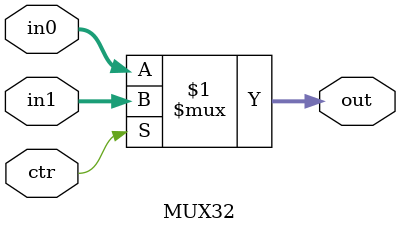
<source format=v>
module MUX32(out, in1, in0, ctr); 
  output [31:0] out; 
  input [31:0] in1, in0; 
  input ctr; 

  assign out = ctr ? in1 : in0; 
endmodule

</source>
